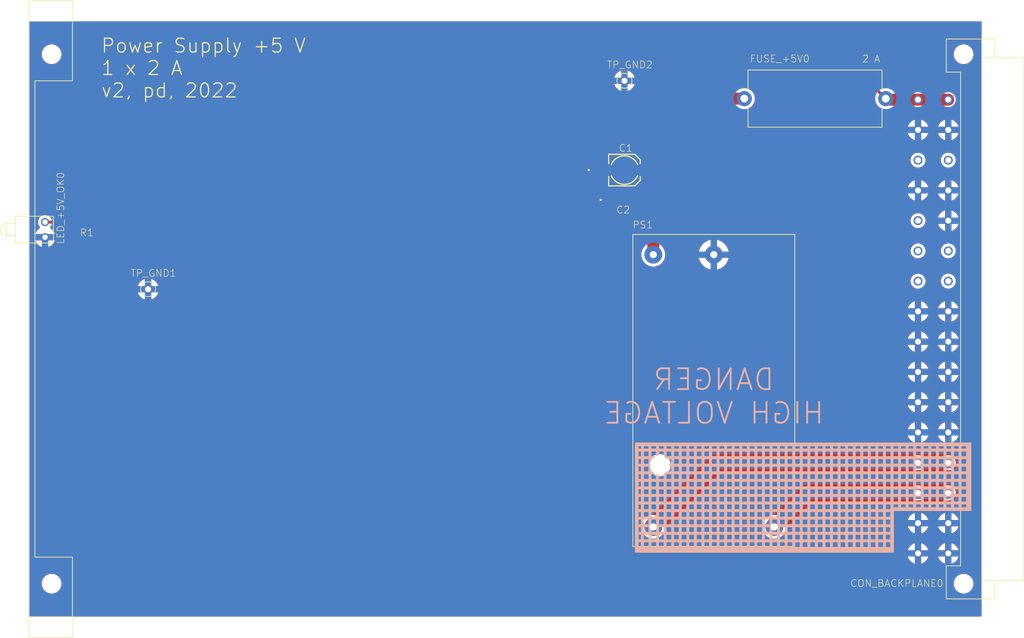
<source format=kicad_pcb>
(kicad_pcb (version 20241229) (generator "pcbnew") (generator_version "9.0")
  (layers (0 "F.Cu" signal) (2 "B.Cu" signal) (13 "F.Paste" user) (15 "B.Paste" user) (5 "F.SilkS" user "F.Silkscreen") (7 "B.SilkS" user "B.Silkscreen") (1 "F.Mask" user) (3 "B.Mask" user) (25 "Edge.Cuts" user))
  (net 0 "")
  (net 1 "GND")
  (net 2 "+5V")
  (net 3 "N")
  (net 4 "L")
  (net 5 "N$7")
  (net 6 "BITE_PS_+5V_CURRENT")
  (net 7 "BITE_PS_5V_TS1")
  (net 8 "BITE_PS_5V_TS2")
  (net 9 "+12V")
  (net 10 "-12V")
  (net 11 "BITE_PS_12V_TS1")
  (net 12 "BITE_PS_12V_TS2")
  (net 13 "N$1")
  (footprint "60807-011_33573280" (layer "F.Cu") (at 72.3011 105.0036)
    (property "Reference" "PCB_BRACKET0" (hide yes))
    (property "Value" "60807-011" (hide yes))
    (fp_line (start -3.8 -53.5) (end -3.8 -50) (stroke (width 0.127)) (layer "F.SilkS"))
    (fp_line (start -3.8 -50) (end -3.8 50) (stroke (width 0.127)) (layer "F.SilkS"))
    (fp_line (start -3.8 50) (end -3.8 53.5) (stroke (width 0.127)) (layer "F.SilkS"))
    (fp_line (start -3.8 50) (end 3.5 50) (stroke (width 0.127)) (layer "F.SilkS"))
    (fp_line (start -3.8 53.5) (end 3.5 53.5) (stroke (width 0.127)) (layer "F.SilkS"))
    (fp_line (start -2.8 40) (end -2.8 -40) (stroke (width 0.127)) (layer "F.SilkS"))
    (fp_line (start -2.8 40) (end 3.5 40) (stroke (width 0.127)) (layer "F.SilkS"))
    (fp_line (start 3.5 -53.5) (end -3.8 -53.5) (stroke (width 0.127)) (layer "F.SilkS"))
    (fp_line (start 3.5 -50) (end -3.8 -50) (stroke (width 0.127)) (layer "F.SilkS"))
    (fp_line (start 3.5 -50) (end 3.5 -53.5) (stroke (width 0.127)) (layer "F.SilkS"))
    (fp_line (start 3.5 -50) (end 3.5 -40) (stroke (width 0.127)) (layer "F.SilkS"))
    (fp_line (start 3.5 -40) (end -2.8 -40) (stroke (width 0.127)) (layer "F.SilkS"))
    (fp_line (start 3.5 40) (end 3.5 50) (stroke (width 0.127)) (layer "F.SilkS"))
    (fp_line (start 3.5 53.5) (end 3.5 50) (stroke (width 0.127)) (layer "F.SilkS"))
    (pad "" np_thru_hole circle (at 0 -44.45) (size 2.8 2.8) (drill 2.8) (layers "*.Cu" "*.Mask"))
    (pad "" np_thru_hole circle (at 0 44.45) (size 2.8 2.8) (drill 2.8) (layers "*.Cu" "*.Mask"))
  )
  (footprint "09031326921_33573412" (layer "F.Cu") (at 228.5011 105.0036 90)
    (property "Reference" "CON_BACKPLANE0" (at -45.08 -22.14 0) (layer "F.SilkS") (effects (font (size 1.176528 1.176528) (thickness 0.093472)) (justify left bottom)))
    (property "Value" "09031326921")
    (fp_line (start 47 -5.95) (end 47 0) (stroke (width 0.127)) (layer "F.SilkS"))
    (fp_line (start 41.45 -5.95) (end 47 -5.95) (stroke (width 0.127)) (layer "F.SilkS"))
    (fp_line (start -41.45 -5.95) (end -41.45 -3.55) (stroke (width 0.127)) (layer "F.SilkS"))
    (fp_line (start -47 -5.95) (end -41.45 -5.95) (stroke (width 0.127)) (layer "F.SilkS"))
    (fp_line (start 41.45 -3.55) (end 41.45 -5.95) (stroke (width 0.127)) (layer "F.SilkS"))
    (fp_line (start -41.45 -3.55) (end 41.45 -3.55) (stroke (width 0.127)) (layer "F.SilkS"))
    (fp_line (start 47 0) (end 43.9 0) (stroke (width 0.127)) (layer "F.SilkS"))
    (fp_line (start 47 0) (end 47 2.1) (stroke (width 0.127)) (layer "F.SilkS"))
    (fp_line (start 43.9 0) (end -43.9 0) (stroke (width 0.127)) (layer "F.SilkS"))
    (fp_line (start -43.9 0) (end -47 0) (stroke (width 0.127)) (layer "F.SilkS"))
    (fp_line (start -43.9 0) (end -43.9 7.05) (stroke (width 0.127)) (layer "F.SilkS"))
    (fp_line (start -47 0) (end -47 -5.95) (stroke (width 0.127)) (layer "F.SilkS"))
    (fp_line (start -47 0) (end -47 2.1) (stroke (width 0.127)) (layer "F.SilkS"))
    (fp_line (start 47 2.1) (end 44 2.1) (stroke (width 0.127)) (layer "F.SilkS"))
    (fp_line (start -47 2.1) (end -44 2.1) (stroke (width 0.127)) (layer "F.SilkS"))
    (fp_line (start 43.9 7.05) (end 43.9 0) (stroke (width 0.127)) (layer "F.SilkS"))
    (fp_line (start -43.9 7.05) (end 43.9 7.05) (stroke (width 0.127)) (layer "F.SilkS"))
    (pad "" np_thru_hole circle (at -44.45 -3.05 90) (size 2.8 2.8) (drill 2.8) (layers "*.Cu" "*.Mask"))
    (pad "" np_thru_hole circle (at 44.45 -3.05 90) (size 2.8 2.8) (drill 2.8) (layers "*.Cu" "*.Mask"))
    (pad "1" thru_hole circle (at 36.83 -10.7 90) (size 1.5 1.5) (drill 1) (layers "*.Cu" "*.Mask") (net 2 "+5V"))
    (pad "2" thru_hole circle (at 36.83 -5.62 90) (size 1.5 1.5) (drill 1) (layers "*.Cu" "*.Mask") (net 2 "+5V"))
    (pad "3" thru_hole circle (at 31.75 -10.7 90) (size 1.5 1.5) (drill 1) (layers "*.Cu" "*.Mask") (net 1 "GND"))
    (pad "4" thru_hole circle (at 31.75 -5.62 90) (size 1.5 1.5) (drill 1) (layers "*.Cu" "*.Mask") (net 1 "GND"))
    (pad "5" thru_hole circle (at 26.67 -10.7 90) (size 1.5 1.5) (drill 1) (layers "*.Cu" "*.Mask") (net 9 "+12V"))
    (pad "6" thru_hole circle (at 26.67 -5.62 90) (size 1.5 1.5) (drill 1) (layers "*.Cu" "*.Mask") (net 10 "-12V"))
    (pad "7" thru_hole circle (at 21.59 -10.7 90) (size 1.5 1.5) (drill 1) (layers "*.Cu" "*.Mask") (net 1 "GND"))
    (pad "8" thru_hole circle (at 21.59 -5.62 90) (size 1.5 1.5) (drill 1) (layers "*.Cu" "*.Mask") (net 1 "GND"))
    (pad "9" thru_hole circle (at 16.51 -10.7 90) (size 1.5 1.5) (drill 1) (layers "*.Cu" "*.Mask") (net 6 "BITE_PS_+5V_CURRENT"))
    (pad "10" thru_hole circle (at 16.51 -5.62 90) (size 1.5 1.5) (drill 1) (layers "*.Cu" "*.Mask") (net 1 "GND"))
    (pad "11" thru_hole circle (at 11.43 -10.7 90) (size 1.5 1.5) (drill 1) (layers "*.Cu" "*.Mask") (net 7 "BITE_PS_5V_TS1"))
    (pad "12" thru_hole circle (at 11.43 -5.62 90) (size 1.5 1.5) (drill 1) (layers "*.Cu" "*.Mask") (net 8 "BITE_PS_5V_TS2"))
    (pad "13" thru_hole circle (at 6.35 -10.7 90) (size 1.5 1.5) (drill 1) (layers "*.Cu" "*.Mask") (net 11 "BITE_PS_12V_TS1"))
    (pad "14" thru_hole circle (at 6.35 -5.62 90) (size 1.5 1.5) (drill 1) (layers "*.Cu" "*.Mask") (net 12 "BITE_PS_12V_TS2"))
    (pad "15" thru_hole circle (at 1.27 -10.7 90) (size 1.5 1.5) (drill 1) (layers "*.Cu" "*.Mask") (net 1 "GND"))
    (pad "16" thru_hole circle (at 1.27 -5.62 90) (size 1.5 1.5) (drill 1) (layers "*.Cu" "*.Mask") (net 1 "GND"))
    (pad "17" thru_hole circle (at -3.81 -10.7 90) (size 1.5 1.5) (drill 1) (layers "*.Cu" "*.Mask") (net 1 "GND"))
    (pad "18" thru_hole circle (at -3.81 -5.62 90) (size 1.5 1.5) (drill 1) (layers "*.Cu" "*.Mask") (net 1 "GND"))
    (pad "19" thru_hole circle (at -8.89 -10.7 90) (size 1.5 1.5) (drill 1) (layers "*.Cu" "*.Mask") (net 1 "GND"))
    (pad "20" thru_hole circle (at -8.89 -5.62 90) (size 1.5 1.5) (drill 1) (layers "*.Cu" "*.Mask") (net 1 "GND"))
    (pad "21" thru_hole circle (at -13.97 -10.7 90) (size 1.5 1.5) (drill 1) (layers "*.Cu" "*.Mask") (net 1 "GND"))
    (pad "22" thru_hole circle (at -13.97 -5.62 90) (size 1.5 1.5) (drill 1) (layers "*.Cu" "*.Mask") (net 1 "GND"))
    (pad "23" thru_hole circle (at -19.05 -10.7 90) (size 1.5 1.5) (drill 1) (layers "*.Cu" "*.Mask") (net 1 "GND"))
    (pad "24" thru_hole circle (at -19.05 -5.62 90) (size 1.5 1.5) (drill 1) (layers "*.Cu" "*.Mask") (net 1 "GND"))
    (pad "25" thru_hole circle (at -24.13 -10.7 90) (size 1.5 1.5) (drill 1) (layers "*.Cu" "*.Mask") (net 3 "N"))
    (pad "26" thru_hole circle (at -24.13 -5.62 90) (size 1.5 1.5) (drill 1) (layers "*.Cu" "*.Mask") (net 3 "N"))
    (pad "27" thru_hole circle (at -29.21 -10.7 90) (size 1.5 1.5) (drill 1) (layers "*.Cu" "*.Mask") (net 4 "L"))
    (pad "28" thru_hole circle (at -29.21 -5.62 90) (size 1.5 1.5) (drill 1) (layers "*.Cu" "*.Mask") (net 4 "L"))
    (pad "29" thru_hole circle (at -34.29 -10.7 90) (size 1.5 1.5) (drill 1) (layers "*.Cu" "*.Mask") (net 1 "GND"))
    (pad "30" thru_hole circle (at -34.29 -5.62 90) (size 1.5 1.5) (drill 1) (layers "*.Cu" "*.Mask") (net 1 "GND"))
    (pad "31" thru_hole circle (at -39.37 -10.7 90) (size 1.5 1.5) (drill 1) (layers "*.Cu" "*.Mask") (net 1 "GND"))
    (pad "32" thru_hole circle (at -39.37 -5.62 90) (size 1.5 1.5) (drill 1) (layers "*.Cu" "*.Mask") (net 1 "GND"))
  )
  (footprint "0031.8201_24323731" (layer "F.Cu") (at 200.5011 68.0036)
    (property "Reference" "FUSE_+5V0" (at -11 -6 0) (layer "F.SilkS") (effects (font (size 1.177908 1.177908) (thickness 0.093582)) (justify left bottom)))
    (property "Value" "0031.8201")
    (fp_line (start -11.25 -4.8) (end 11.25 -4.8) (stroke (width 0.127)) (layer "F.SilkS"))
    (fp_line (start -11.25 -1.2) (end -11.25 -4.8) (stroke (width 0.127)) (layer "F.SilkS"))
    (fp_line (start -11.25 4.8) (end -11.25 1.2) (stroke (width 0.127)) (layer "F.SilkS"))
    (fp_line (start 11.25 -4.8) (end 11.25 -1.2) (stroke (width 0.127)) (layer "F.SilkS"))
    (fp_line (start 11.25 1.2) (end 11.25 4.8) (stroke (width 0.127)) (layer "F.SilkS"))
    (fp_line (start 11.25 4.8) (end -11.25 4.8) (stroke (width 0.127)) (layer "F.SilkS"))
    (pad "1" thru_hole circle (at -11.875 0) (size 2.54 2.54) (drill 1.3) (layers "*.Cu" "*.Mask") (net 13 "N$1"))
    (pad "2" thru_hole circle (at 11.875 0) (size 2.54 2.54) (drill 1.3) (layers "*.Cu" "*.Mask") (net 2 "+5V"))
  )
  (footprint "RSPRO-1MM-TERMINAL-POST-2622034_23908750" (layer "F.Cu") (at 88.5011 100.0036)
    (property "Reference" "TP_GND1" (at -3 -2 0) (layer "F.SilkS") (effects (font (size 1.176528 1.176528) (thickness 0.093472)) (justify left bottom)))
    (property "Value" "" (hide yes))
    (fp_circle (center 0 0) (end 1.25 0) (stroke (width 0.127)) (fill no) (layer "F.SilkS"))
    (pad "P$1" thru_hole circle (at 0 0) (size 1.5 1.5) (drill 1) (layers "*.Cu" "*.Mask") (net 1 "GND"))
  )
  (footprint "R0603_18640681" (layer "F.Cu") (at 78.5011 88.7036)
    (property "Reference" "R1" (at -1.5 2.5 0) (layer "F.SilkS") (effects (font (size 1.176528 1.176528) (thickness 0.093472)) (justify left bottom)))
    (property "Value" "150")
    (pad "1" smd rect (at -0.85 0) (size 1 1.1) (layers "F.Cu" "F.Mask" "F.Paste") (net 5 "N$7"))
    (pad "2" smd rect (at 0.85 0) (size 1 1.1) (layers "F.Cu" "F.Mask" "F.Paste") (net 2 "+5V"))
  )
  (footprint "TMLM_201XX_35462927" (layer "F.Cu") (at 183.5011 117.0036)
    (property "Reference" "PS1" (at -13.687 -27.111 0) (layer "F.SilkS") (effects (font (size 1.176528 1.176528) (thickness 0.093472)) (justify left bottom)))
    (property "Value" "TMLM_20105")
    (fp_line (start -13.6 26.2) (end -13.6 -26.2) (stroke (width 0.127)) (layer "F.SilkS"))
    (fp_line (start 13.6 -26.2) (end -13.6 -26.2) (stroke (width 0.127)) (layer "F.SilkS"))
    (fp_line (start 13.6 26.2) (end -13.6 26.2) (stroke (width 0.127)) (layer "F.SilkS"))
    (fp_line (start 13.6 26.2) (end 13.6 -26.2) (stroke (width 0.127)) (layer "F.SilkS"))
    (pad "" np_thru_hole circle (at -9.1 12.55) (size 3.25 3.25) (drill 3.25) (layers "*.Cu" "*.Mask"))
    (pad "2" thru_hole circle (at -10.16 -22.8 180) (size 3 3) (drill 1.2) (layers "*.Cu" "*.Mask") (net 13 "N$1"))
    (pad "3" thru_hole circle (at 0 -22.8 180) (size 3 3) (drill 1.2) (layers "*.Cu" "*.Mask") (net 1 "GND"))
    (pad "5" thru_hole circle (at 10.16 22.92 180) (size 3 3) (drill 1.2) (layers "*.Cu" "*.Mask") (net 4 "L"))
    (pad "6" thru_hole circle (at -10.16 22.92 180) (size 3 3) (drill 1.2) (layers "*.Cu" "*.Mask") (net 3 "N"))
  )
  (footprint "113-314-04_33630242" (layer "F.Cu") (at 71.2011 90.0036 -90)
    (property "Reference" "LED_+5V_OK0" (at 2.5 -3.3 90) (layer "F.SilkS") (effects (font (size 1.176528 1.176528) (thickness 0.093472)) (justify left bottom)))
    (property "Value" "113-314-04")
    (fp_line (start -1 6.5) (end 1 6.5) (stroke (width 0.127)) (layer "F.SilkS"))
    (fp_line (start 1 6.5) (end 1 5) (stroke (width 0.127)) (layer "F.SilkS"))
    (fp_line (start 1.016 5.588) (end 1 6.5) (stroke (width 0.127)) (layer "F.SilkS"))
    (fp_line (start -2.25 5) (end -1 5) (stroke (width 0.127)) (layer "F.SilkS"))
    (fp_line (start -1 5) (end -1 6.5) (stroke (width 0.127)) (layer "F.SilkS"))
    (fp_line (start -1 5) (end 1 5) (stroke (width 0.127)) (layer "F.SilkS"))
    (fp_line (start 1 5) (end 2.25 5) (stroke (width 0.127)) (layer "F.SilkS"))
    (fp_line (start 2.25 5) (end 2.25 -1.4) (stroke (width 0.127)) (layer "F.SilkS"))
    (fp_line (start -2.25 -1.4) (end -2.25 5) (stroke (width 0.127)) (layer "F.SilkS"))
    (fp_line (start -2.25 -1.4) (end 2.25 -1.4) (stroke (width 0.127)) (layer "F.SilkS"))
    (fp_arc (start 1 6.5) (mid 0 7.5) (end -1 6.5) (stroke (width 0.127)) (layer "F.SilkS"))
    (pad "+" thru_hole circle (at -1.27 0 270) (size 1.35 1.35) (drill 0.9) (layers "*.Cu" "*.Mask") (net 5 "N$7"))
    (pad "-" thru_hole circle (at 1.27 0 270) (size 1.35 1.35) (drill 0.9) (layers "*.Cu" "*.Mask") (net 1 "GND"))
  )
  (footprint "RSPRO-1MM-TERMINAL-POST-2622034_23908750" (layer "F.Cu") (at 168.5011 65.0036)
    (property "Reference" "TP_GND2" (at -3 -2 0) (layer "F.SilkS") (effects (font (size 1.176528 1.176528) (thickness 0.093472)) (justify left bottom)))
    (property "Value" "" (hide yes))
    (fp_circle (center 0 0) (end 1.25 0) (stroke (width 0.127)) (fill no) (layer "F.SilkS"))
    (pad "P$1" thru_hole circle (at 0 0) (size 1.5 1.5) (drill 1) (layers "*.Cu" "*.Mask") (net 1 "GND"))
  )
  (footprint "153CLV-0505_18640681" (layer "F.Cu") (at 168.5011 80.0036)
    (property "Reference" "C1" (at -1 -3 0) (layer "F.SilkS") (effects (font (size 1.176528 1.176528) (thickness 0.093472)) (justify left bottom)))
    (property "Value" "47u/16V")
    (fp_line (start -2.65 -2.65) (end 1.75 -2.65) (stroke (width 0.2032)) (layer "F.SilkS"))
    (fp_line (start -2.65 -1.1) (end -2.65 -2.65) (stroke (width 0.2032)) (layer "F.SilkS"))
    (fp_line (start -2.65 2.65) (end -2.65 1.1) (stroke (width 0.2032)) (layer "F.SilkS"))
    (fp_line (start 1.75 -2.65) (end 2.65 -1.75) (stroke (width 0.2032)) (layer "F.SilkS"))
    (fp_line (start 1.75 2.65) (end -2.65 2.65) (stroke (width 0.2032)) (layer "F.SilkS"))
    (fp_line (start 2.65 -1.75) (end 2.65 -1.1) (stroke (width 0.2032)) (layer "F.SilkS"))
    (fp_line (start 2.65 1.1) (end 2.65 1.75) (stroke (width 0.2032)) (layer "F.SilkS"))
    (fp_line (start 2.65 1.75) (end 1.75 2.65) (stroke (width 0.2032)) (layer "F.SilkS"))
    (fp_arc (start -2.2 -0.95) (mid 0 -2.396351) (end 2.2 -0.95) (stroke (width 0.2032)) (layer "F.SilkS"))
    (fp_arc (start 2.2 0.95) (mid 0 2.396351) (end -2.2 0.95) (stroke (width 0.2032)) (layer "F.SilkS"))
    (pad "+" smd rect (at 2.2 0) (size 3 1.6) (layers "F.Cu" "F.Mask" "F.Paste") (net 13 "N$1"))
    (pad "-" smd rect (at -2.2 0) (size 3 1.6) (layers "F.Cu" "F.Mask" "F.Paste") (net 1 "GND"))
  )
  (footprint "C0603_18640681" (layer "F.Cu") (at 168.5011 85.0036 180)
    (property "Reference" "C2" (at -1 -1 0) (layer "F.SilkS") (effects (font (size 1.176528 1.176528) (thickness 0.093472)) (justify right top)))
    (property "Value" "100n")
    (pad "1" smd rect (at -0.85 0 180) (size 1.1 1) (layers "F.Cu" "F.Mask" "F.Paste") (net 13 "N$1"))
    (pad "2" smd rect (at 0.85 0 180) (size 1.1 1) (layers "F.Cu" "F.Mask" "F.Paste") (net 1 "GND"))
  )
  (gr_line (start 68.5011 55.0036) (end 68.5011 155.0036) (stroke (width 0.05)) (layer "Edge.Cuts"))
  (gr_line (start 68.5011 155.0036) (end 228.5011 155.0036) (stroke (width 0.05)) (layer "Edge.Cuts"))
  (gr_line (start 68.5011 55.0036) (end 228.5011 55.0036) (stroke (width 0.05)) (layer "Edge.Cuts"))
  (gr_line (start 228.5011 155.0036) (end 228.5011 55.0036) (stroke (width 0.05)) (layer "Edge.Cuts"))
  (gr_text "2 A" (at 211.5011 62.0036 0) (layer "F.SilkS") (effects (font (size 1.1684 1.1684) (thickness 0.1016)) (justify right bottom)))
  (gr_text "Power Supply +5 V\n1 x 2 A\nv2, pd, 2022" (at 80.5011 68.0036 0) (layer "F.SilkS") (effects (font (size 2.3368 2.3368) (thickness 0.2032)) (justify left bottom)))
  (gr_text "DANGER\nHIGH VOLTAGE" (at 183.5011 118.0036 0) (layer "B.SilkS") (effects (font (size 3.5052 3.5052) (thickness 0.3048)) (justify mirror)))
  (via (at 162.5011 80.0036) (size 0.5024) (drill 0.35) (layers "F.Cu" "B.Cu") (net 1))
  (via (at 164.5011 85.0036) (size 0.5024) (drill 0.35) (layers "F.Cu" "B.Cu") (net 1))
  (segment (start 203.3761 59.0036) (end 212.5461 68.1736) (width 0.5) (layer "F.Cu") (net 2))
  (segment (start 212.5461 68.1736) (end 212.3761 68.0036) (width 2) (layer "F.Cu") (net 2))
  (segment (start 217.8011 68.1736) (end 212.5461 68.1736) (width 2) (layer "F.Cu") (net 2))
  (segment (start 79.3511 88.7036) (end 103.8011 88.7036) (width 0.5) (layer "F.Cu") (net 2))
  (segment (start 103.8011 88.7036) (end 133.5011 59.0036) (width 0.5) (layer "F.Cu") (net 2))
  (segment (start 133.5011 59.0036) (end 203.3761 59.0036) (width 0.5) (layer "F.Cu") (net 2))
  (segment (start 217.8011 68.1736) (end 222.8811 68.1736) (width 2) (layer "F.Cu") (net 2))
  (segment (start 222.8811 129.1336) (end 217.8011 129.1336) (width 2) (layer "B.Cu") (net 3))
  (segment (start 184.1311 129.1336) (end 173.3411 139.9236) (width 2) (layer "B.Cu") (net 3))
  (segment (start 217.8011 129.1336) (end 184.1311 129.1336) (width 2) (layer "B.Cu") (net 3))
  (segment (start 199.3711 134.2136) (end 193.6611 139.9236) (width 2) (layer "B.Cu") (net 4))
  (segment (start 217.8011 134.2136) (end 199.3711 134.2136) (width 2) (layer "B.Cu") (net 4))
  (segment (start 222.8811 134.2136) (end 217.8011 134.2136) (width 2) (layer "B.Cu") (net 4))
  (segment (start 77.6211 88.7336) (end 77.6511 88.7036) (width 0.5) (layer "F.Cu") (net 5))
  (segment (start 71.2011 88.7336) (end 77.6211 88.7336) (width 0.5) (layer "F.Cu") (net 5))
  (segment (start 173.3411 85.0036) (end 173.3411 80.0036) (width 2) (layer "F.Cu") (net 13))
  (segment (start 170.7011 80.0036) (end 173.3411 80.0036) (width 1) (layer "F.Cu") (net 13))
  (segment (start 173.3411 80.0036) (end 173.3411 72.1636) (width 2) (layer "F.Cu") (net 13))
  (segment (start 173.3411 72.1636) (end 177.5011 68.0036) (width 2) (layer "F.Cu") (net 13))
  (segment (start 173.3411 94.2036) (end 173.3411 85.0036) (width 2) (layer "F.Cu") (net 13))
  (segment (start 169.3511 85.0036) (end 173.3411 85.0036) (width 1) (layer "F.Cu") (net 13))
  (segment (start 177.5011 68.0036) (end 188.6261 68.0036) (width 2) (layer "F.Cu") (net 13))
  (zone (net 1) (net_name "GND") (layer "F.Cu") (priority 6) (connect_pads (clearance 0.5)) (min_thickness 0.5) (fill yes (thermal_gap 1.05) (thermal_bridge_width 1.05))
    (polygon (pts (xy 229.0011 155.5036) (xy 68.0011 155.5036) (xy 68.0011 54.5036) (xy 229.0011 54.5036)))
  )
  (zone (net 1) (net_name "GND") (layer "B.Cu") (priority 6) (connect_pads (clearance 0.5)) (min_thickness 0.5) (fill yes (thermal_gap 1.05) (thermal_bridge_width 1.05))
    (polygon (pts (xy 229.0011 155.5036) (xy 68.0011 155.5036) (xy 68.0011 54.5036) (xy 229.0011 54.5036)))
  )
  (zone (net 0) (net_name "") (layer "B.SilkS") (priority 6) (connect_pads (clearance 0.000001)) (min_thickness 0.25) (fill yes (mode hatch) (thermal_gap 0.55) (thermal_bridge_width 0.55) (hatch_thickness 0.5) (hatch_gap 0.77) (hatch_orientation 0) (hatch_border_algorithm hatch_thickness) (hatch_min_hole_area 0.3))
    (polygon (pts (xy 226.7511 137.2536) (xy 213.7511 137.2536) (xy 213.7511 144.2536) (xy 170.2511 144.2536) (xy 170.2511 125.7536) (xy 226.7511 125.7536)))
  )
)
</source>
